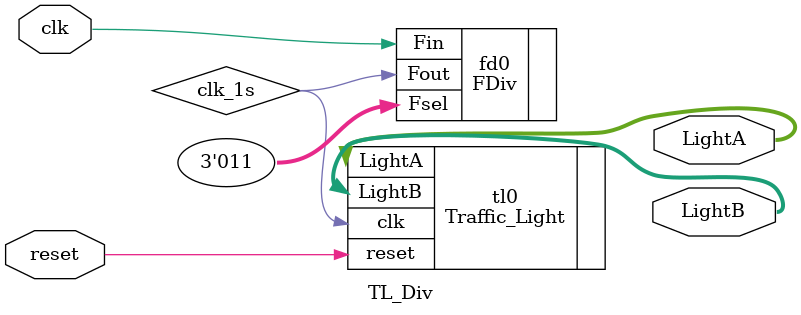
<source format=v>
module TL_Div(LightA, LightB, clk, reset);
output [2:0] LightA, LightB;
input clk, reset;

wire clk_1s;

Traffic_Light tl0(.LightA(LightA), .LightB(LightB), .clk(clk_1s), .reset(reset));
FDiv fd0(.Fout(clk_1s), .Fin(clk), .Fsel(3'b011));

endmodule
</source>
